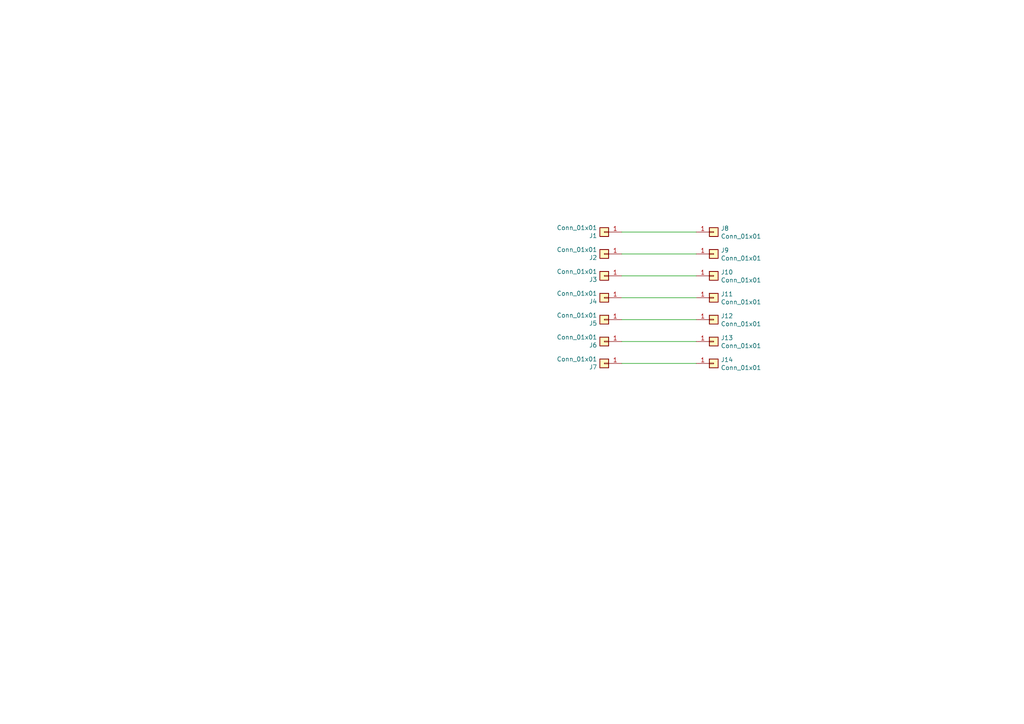
<source format=kicad_sch>
(kicad_sch (version 20211123) (generator eeschema)
  (paper "A4")
  (lib_symbols
    (symbol "Connector_Generic:Conn_01x01" (pin_names (offset 1.016) hide)
      (property "Reference" "J" (at 0 2.54 0))
      (property "Value" "Conn_01x01" (at 0 -2.54 0))
      (symbol "Conn_01x01_1_1"
        (rectangle (start -1.27 0.127) (end 0 -0.127) (stroke (width 0.1524)))
        (rectangle (start -1.27 1.27) (end 1.27 -1.27) (stroke (width 0.254)) (fill (type background)))
        (pin passive line (at -5.08 0 0) (length 3.81) (name "Pin_1") (number "1"))
      )
    )
  )
  (wire (pts (xy 180.34 105.41) (xy 201.93 105.41)))
  (wire (pts (xy 180.34 99.06) (xy 201.93 99.06)))
  (wire (pts (xy 180.34 80.01) (xy 201.93 80.01)))
  (wire (pts (xy 180.34 92.71) (xy 201.93 92.71)))
  (wire (pts (xy 180.34 73.66) (xy 201.93 73.66)))
  (wire (pts (xy 180.34 86.36) (xy 201.93 86.36)))
  (wire (pts (xy 180.34 67.31) (xy 201.93 67.31)))
  (symbol (lib_id "Connector_Generic:Conn_01x01") (at 207.01 67.31 0) (unit 1)
    (property "Reference" "J8" (at 209.042 66.2432 0) (effects (justify left)))
    (property "Value" "Conn_01x01" (at 209.042 68.5546 0) (effects (justify left)))
    (property "Footprint" "Connector_PinHeader_2.54mm:PinHeader_1x01_P2.54mm_Vertical" (effects hide))
  )
  (symbol (lib_id "Connector_Generic:Conn_01x01") (at 175.26 67.31 180) (unit 1)
    (property "Reference" "J1" (at 173.228 68.3768 0) (effects (justify left)))
    (property "Value" "Conn_01x01" (at 173.228 66.0654 0) (effects (justify left)))
    (property "Footprint" "Connector_PinHeader_2.54mm:PinHeader_1x01_P2.54mm_Vertical" (effects hide))
  )
  (symbol (lib_id "Connector_Generic:Conn_01x01") (at 207.01 73.66 0) (unit 1)
    (property "Reference" "J9" (at 209.042 72.5932 0) (effects (justify left)))
    (property "Value" "Conn_01x01" (at 209.042 74.9046 0) (effects (justify left)))
    (property "Footprint" "Connector_PinHeader_2.54mm:PinHeader_1x01_P2.54mm_Vertical" (effects hide))
  )
  (symbol (lib_id "Connector_Generic:Conn_01x01") (at 175.26 73.66 180) (unit 1)
    (property "Reference" "J2" (at 173.228 74.7268 0) (effects (justify left)))
    (property "Value" "Conn_01x01" (at 173.228 72.4154 0) (effects (justify left)))
    (property "Footprint" "Connector_PinHeader_2.54mm:PinHeader_1x01_P2.54mm_Vertical" (effects hide))
  )
  (symbol (lib_id "Connector_Generic:Conn_01x01") (at 207.01 80.01 0) (unit 1)
    (property "Reference" "J10" (at 209.042 78.9432 0) (effects (justify left)))
    (property "Value" "Conn_01x01" (at 209.042 81.2546 0) (effects (justify left)))
    (property "Footprint" "Connector_PinHeader_2.54mm:PinHeader_1x01_P2.54mm_Vertical" (effects hide))
  )
  (symbol (lib_id "Connector_Generic:Conn_01x01") (at 175.26 80.01 180) (unit 1)
    (property "Reference" "J3" (at 173.228 81.0768 0) (effects (justify left)))
    (property "Value" "Conn_01x01" (at 173.228 78.7654 0) (effects (justify left)))
    (property "Footprint" "Connector_PinHeader_2.54mm:PinHeader_1x01_P2.54mm_Vertical" (effects hide))
  )
  (symbol (lib_id "Connector_Generic:Conn_01x01") (at 207.01 86.36 0) (unit 1)
    (property "Reference" "J11" (at 209.042 85.2932 0) (effects (justify left)))
    (property "Value" "Conn_01x01" (at 209.042 87.6046 0) (effects (justify left)))
    (property "Footprint" "Connector_PinHeader_2.54mm:PinHeader_1x01_P2.54mm_Vertical" (effects hide))
  )
  (symbol (lib_id "Connector_Generic:Conn_01x01") (at 175.26 86.36 180) (unit 1)
    (property "Reference" "J4" (at 173.228 87.4268 0) (effects (justify left)))
    (property "Value" "Conn_01x01" (at 173.228 85.1154 0) (effects (justify left)))
    (property "Footprint" "Connector_PinHeader_2.54mm:PinHeader_1x01_P2.54mm_Vertical" (effects hide))
  )
  (symbol (lib_id "Connector_Generic:Conn_01x01") (at 207.01 92.71 0) (unit 1)
    (property "Reference" "J12" (at 209.042 91.6432 0) (effects (justify left)))
    (property "Value" "Conn_01x01" (at 209.042 93.9546 0) (effects (justify left)))
    (property "Footprint" "Connector_PinHeader_2.54mm:PinHeader_1x01_P2.54mm_Vertical" (effects hide))
  )
  (symbol (lib_id "Connector_Generic:Conn_01x01") (at 175.26 92.71 180) (unit 1)
    (property "Reference" "J5" (at 173.228 93.7768 0) (effects (justify left)))
    (property "Value" "Conn_01x01" (at 173.228 91.4654 0) (effects (justify left)))
    (property "Footprint" "Connector_PinHeader_2.54mm:PinHeader_1x01_P2.54mm_Vertical" (effects hide))
  )
  (symbol (lib_id "Connector_Generic:Conn_01x01") (at 207.01 99.06 0) (unit 1)
    (property "Reference" "J13" (at 209.042 97.9932 0) (effects (justify left)))
    (property "Value" "Conn_01x01" (at 209.042 100.3046 0) (effects (justify left)))
    (property "Footprint" "Connector_PinHeader_2.54mm:PinHeader_1x01_P2.54mm_Vertical" (effects hide))
  )
  (symbol (lib_id "Connector_Generic:Conn_01x01") (at 175.26 99.06 180) (unit 1)
    (property "Reference" "J6" (at 173.228 100.1268 0) (effects (justify left)))
    (property "Value" "Conn_01x01" (at 173.228 97.8154 0) (effects (justify left)))
    (property "Footprint" "Connector_PinHeader_2.54mm:PinHeader_1x01_P2.54mm_Vertical" (effects hide))
  )
  (symbol (lib_id "Connector_Generic:Conn_01x01") (at 207.01 105.41 0) (unit 1)
    (property "Reference" "J14" (at 209.042 104.3432 0) (effects (justify left)))
    (property "Value" "Conn_01x01" (at 209.042 106.6546 0) (effects (justify left)))
    (property "Footprint" "Connector_PinHeader_2.54mm:PinHeader_1x01_P2.54mm_Vertical" (effects hide))
  )
  (symbol (lib_id "Connector_Generic:Conn_01x01") (at 175.26 105.41 180) (unit 1)
    (property "Reference" "J7" (at 173.228 106.4768 0) (effects (justify left)))
    (property "Value" "Conn_01x01" (at 173.228 104.1654 0) (effects (justify left)))
    (property "Footprint" "Connector_PinHeader_2.54mm:PinHeader_1x01_P2.54mm_Vertical" (effects hide))
  )
)
</source>
